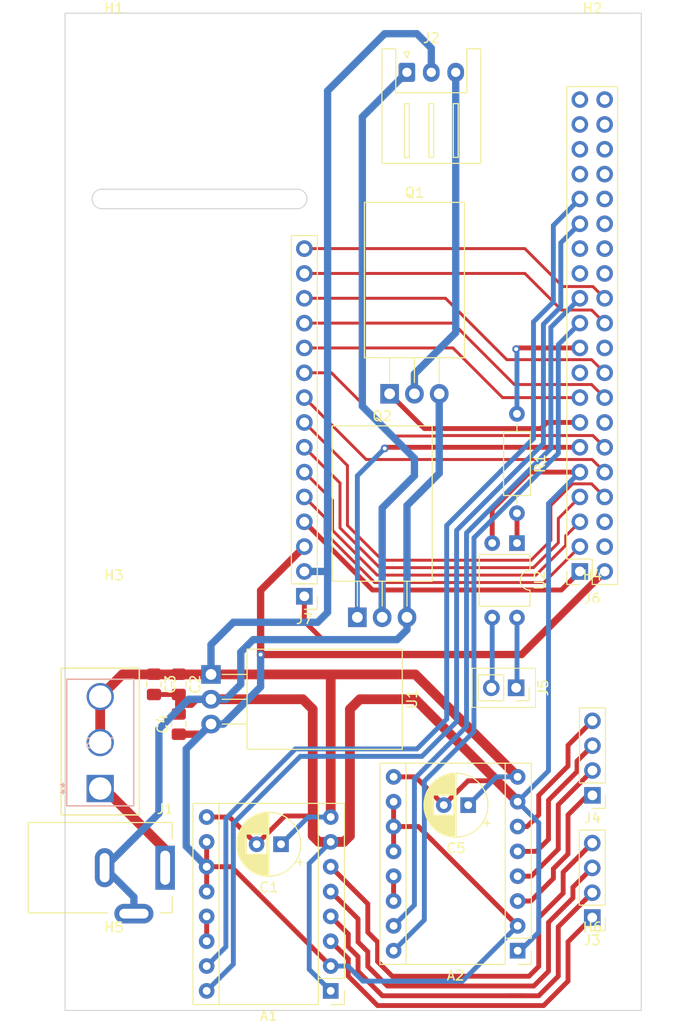
<source format=kicad_pcb>
(kicad_pcb (version 20211014) (generator pcbnew)
  (layers (0 "F.Cu" signal) (31 "B.Cu" signal) (34 "B.Paste" user) (35 "F.Paste" user) (36 "B.SilkS" user "B.Silkscreen") (37 "F.SilkS" user "F.Silkscreen") (38 "B.Mask" user) (39 "F.Mask" user) (44 "Edge.Cuts" user))
  (net 0 "")
  (net 1 "GND")
  (net 2 "+5V")
  (net 3 "Net-(A1-Pad3)")
  (net 4 "Net-(A1-Pad4)")
  (net 5 "Net-(A1-Pad5)")
  (net 6 "Net-(A1-Pad6)")
  (net 7 "VMOT")
  (net 8 "Net-(A1-Pad13)")
  (net 9 "GPIO6")
  (net 10 "GPIO5")
  (net 11 "Net-(A2-Pad3)")
  (net 12 "Net-(A2-Pad4)")
  (net 13 "Net-(A2-Pad5)")
  (net 14 "Net-(A2-Pad6)")
  (net 15 "Net-(A2-Pad13)")
  (net 16 "Net-(J1-Pad1)")
  (net 17 "Net-(J2-Pad1)")
  (net 18 "Net-(J2-Pad3)")
  (net 19 "Net-(J5-Pad1)")
  (net 20 "Net-(J5-Pad2)")
  (net 21 "+3.3V")
  (net 22 "GPIO2")
  (net 23 "GPIO3")
  (net 24 "GPIO4")
  (net 25 "GPIO14")
  (net 26 "GPIO15")
  (net 27 "GPIO17")
  (net 28 "GPIO18")
  (net 29 "GPIO27")
  (net 30 "GPIO22")
  (net 31 "GPIO23")
  (net 32 "GPIO24")
  (net 33 "Ext_Cam")
  (net 34 "GPIO25")
  (net 35 "GPIO8")
  (net 36 "GPIO7")
  (net 37 "GPIO0")
  (net 38 "GPIO1")
  (net 39 "GPIO12")
  (net 40 "GPIO13")
  (net 41 "GPIO19")
  (net 42 "GPIO16")
  (net 43 "GPIO26")
  (net 44 "GPIO20")
  (net 45 "GPIO21")
  (net 46 "Net-(R1-Pad2)")
  (net 47 "GPIO11")
  (net 48 "GPIO9")
  (footprint "Capacitor_SMD:C_0805_2012Metric_Pad1.18x1.45mm_HandSolder" (layer "F.Cu") (at 56.642 104.648 -90)
    (fp_text reference "C2" (at 0 -1.68 90) (layer "F.SilkS"))
    (fp_text value "0.33u")
    (pad "1" smd roundrect (at -1.0375 0 270) (size 1.175 1.45) (layers "F.Cu" "F.Paste" "F.Mask") (roundrect_rratio 0.212766) (net 7 "VMOT"))
    (pad "2" smd roundrect (at 1.0375 0 270) (size 1.175 1.45) (layers "F.Cu" "F.Paste" "F.Mask") (roundrect_rratio 0.212766) (net 1 "GND"))
  )
  (footprint "Resistor_THT:R_Axial_DIN0207_L6.3mm_D2.5mm_P10.16mm_Horizontal" (layer "F.Cu") (at 91.27 76.982 -90)
    (fp_text reference "R1" (at 5.08 -2.37 90) (layer "F.SilkS"))
    (fp_text value "220")
    (pad "1" thru_hole circle (at 0 0 270) (size 1.6 1.6) (drill 0.8) (layers *.Cu *.Mask) (net 33 "Ext_Cam"))
    (pad "2" thru_hole oval (at 10.16 0 270) (size 1.6 1.6) (drill 0.8) (layers *.Cu *.Mask) (net 46 "Net-(R1-Pad2)"))
  )
  (footprint "Package_TO_SOT_THT:TO-220-3_Horizontal_TabDown" (layer "F.Cu") (at 59.944 103.632 -90)
    (fp_text reference "U1" (at 2.54 -20.58 90) (layer "F.SilkS"))
    (fp_text value "L7805")
    (pad "1" thru_hole rect (at 0 0 270) (size 1.905 2) (drill 1.1) (layers *.Cu *.Mask) (net 7 "VMOT"))
    (pad "2" thru_hole oval (at 2.54 0 270) (size 1.905 2) (drill 1.1) (layers *.Cu *.Mask) (net 1 "GND"))
    (pad "3" thru_hole oval (at 5.08 0 270) (size 1.905 2) (drill 1.1) (layers *.Cu *.Mask) (net 2 "+5V"))
  )
  (footprint "Connector_PinHeader_2.54mm:PinHeader_1x04_P2.54mm_Vertical" (layer "F.Cu") (at 98.98 128.5 180)
    (fp_text reference "J3" (at 0 -2.33) (layer "F.SilkS"))
    (fp_text value "Rotor")
    (pad "1" thru_hole rect (at 0 0 180) (size 1.7 1.7) (drill 1) (layers *.Cu *.Mask) (net 3 "Net-(A1-Pad3)"))
    (pad "2" thru_hole oval (at 0 2.54 180) (size 1.7 1.7) (drill 1) (layers *.Cu *.Mask) (net 4 "Net-(A1-Pad4)"))
    (pad "3" thru_hole oval (at 0 5.08 180) (size 1.7 1.7) (drill 1) (layers *.Cu *.Mask) (net 5 "Net-(A1-Pad5)"))
    (pad "4" thru_hole oval (at 0 7.62 180) (size 1.7 1.7) (drill 1) (layers *.Cu *.Mask) (net 6 "Net-(A1-Pad6)"))
  )
  (footprint "MountingHole:MountingHole_3.5mm" (layer "F.Cu") (at 50 40)
    (fp_text reference "H1" (at 0 -4.5) (layer "F.SilkS"))
    (fp_text value "MountingHole")
    (pad "" np_thru_hole circle (at 0 0) (size 3.5 3.5) (drill 3.5) (layers *.Cu *.Mask))
  )
  (footprint "Capacitor_SMD:C_0805_2012Metric_Pad1.18x1.45mm_HandSolder" (layer "F.Cu") (at 56.642 108.712 90)
    (fp_text reference "C4" (at 0 -1.68 90) (layer "F.SilkS"))
    (fp_text value "0.1u")
    (pad "1" smd roundrect (at -1.0375 0 90) (size 1.175 1.45) (layers "F.Cu" "F.Paste" "F.Mask") (roundrect_rratio 0.212766) (net 2 "+5V"))
    (pad "2" smd roundrect (at 1.0375 0 90) (size 1.175 1.45) (layers "F.Cu" "F.Paste" "F.Mask") (roundrect_rratio 0.212766) (net 1 "GND"))
  )
  (footprint "Connector_PinSocket_2.54mm:PinSocket_1x02_P2.54mm_Vertical" (layer "F.Cu") (at 91.186 105 -90)
    (fp_text reference "J5" (at 0 -2.77 90) (layer "F.SilkS"))
    (fp_text value "Cam")
    (pad "1" thru_hole rect locked (at 0 0 270) (size 1.7 1.7) (drill 1) (layers *.Cu *.Mask) (net 19 "Net-(J5-Pad1)"))
    (pad "2" thru_hole oval locked (at 0 2.54 270) (size 1.7 1.7) (drill 1) (layers *.Cu *.Mask) (net 20 "Net-(J5-Pad2)"))
  )
  (footprint "Module:Pololu_Breakout-16_15.2x20.3mm" (layer "F.Cu") (at 72.2 136 180)
    (fp_text reference "A1" (at 6.35 -2.54) (layer "F.SilkS"))
    (fp_text value "Pololu_Breakout_A4988")
    (pad "1" thru_hole rect (at 0 0 180) (size 1.6 1.6) (drill 0.8) (layers *.Cu *.Mask) (net 1 "GND"))
    (pad "2" thru_hole oval (at 0 2.54 180) (size 1.6 1.6) (drill 0.8) (layers *.Cu *.Mask) (net 2 "+5V"))
    (pad "3" thru_hole oval (at 0 5.08 180) (size 1.6 1.6) (drill 0.8) (layers *.Cu *.Mask) (net 3 "Net-(A1-Pad3)"))
    (pad "4" thru_hole oval (at 0 7.62 180) (size 1.6 1.6) (drill 0.8) (layers *.Cu *.Mask) (net 4 "Net-(A1-Pad4)"))
    (pad "5" thru_hole oval (at 0 10.16 180) (size 1.6 1.6) (drill 0.8) (layers *.Cu *.Mask) (net 5 "Net-(A1-Pad5)"))
    (pad "6" thru_hole oval (at 0 12.7 180) (size 1.6 1.6) (drill 0.8) (layers *.Cu *.Mask) (net 6 "Net-(A1-Pad6)"))
    (pad "7" thru_hole oval (at 0 15.24 180) (size 1.6 1.6) (drill 0.8) (layers *.Cu *.Mask) (net 1 "GND"))
    (pad "8" thru_hole oval (at 0 17.78 180) (size 1.6 1.6) (drill 0.8) (layers *.Cu *.Mask) (net 7 "VMOT"))
    (pad "9" thru_hole oval (at 12.7 17.78 180) (size 1.6 1.6) (drill 0.8) (layers *.Cu *.Mask) (net 1 "GND"))
    (pad "10" thru_hole oval (at 12.7 15.24 180) (size 1.6 1.6) (drill 0.8) (layers *.Cu *.Mask) (net 2 "+5V"))
    (pad "11" thru_hole oval (at 12.7 12.7 180) (size 1.6 1.6) (drill 0.8) (layers *.Cu *.Mask) (net 2 "+5V"))
    (pad "12" thru_hole oval (at 12.7 10.16 180) (size 1.6 1.6) (drill 0.8) (layers *.Cu *.Mask) (net 2 "+5V"))
    (pad "13" thru_hole oval (at 12.7 7.62 180) (size 1.6 1.6) (drill 0.8) (layers *.Cu *.Mask) (net 8 "Net-(A1-Pad13)"))
    (pad "14" thru_hole oval (at 12.7 5.08 180) (size 1.6 1.6) (drill 0.8) (layers *.Cu *.Mask) (net 8 "Net-(A1-Pad13)"))
    (pad "15" thru_hole oval (at 12.7 2.54 180) (size 1.6 1.6) (drill 0.8) (layers *.Cu *.Mask) (net 9 "GPIO6"))
    (pad "16" thru_hole oval (at 12.7 0 180) (size 1.6 1.6) (drill 0.8) (layers *.Cu *.Mask) (net 10 "GPIO5"))
  )
  (footprint "Connector_PinHeader_2.54mm:PinHeader_1x15_P2.54mm_Vertical" (layer "F.Cu") (at 69.5 95.64 180)
    (fp_text reference "J7" (at 0 -2.33) (layer "F.SilkS"))
    (fp_text value "Conn_01x15")
    (pad "1" thru_hole rect (at 0 0 180) (size 1.7 1.7) (drill 1) (layers *.Cu *.Mask) (net 1 "GND"))
    (pad "2" thru_hole oval (at 0 2.54 180) (size 1.7 1.7) (drill 1) (layers *.Cu *.Mask) (net 7 "VMOT"))
    (pad "3" thru_hole oval (at 0 5.08 180) (size 1.7 1.7) (drill 1) (layers *.Cu *.Mask) (net 2 "+5V"))
    (pad "4" thru_hole oval (at 0 7.62 180) (size 1.7 1.7) (drill 1) (layers *.Cu *.Mask) (net 21 "+3.3V"))
    (pad "5" thru_hole oval (at 0 10.16 180) (size 1.7 1.7) (drill 1) (layers *.Cu *.Mask) (net 22 "GPIO2"))
    (pad "6" thru_hole oval (at 0 12.7 180) (size 1.7 1.7) (drill 1) (layers *.Cu *.Mask) (net 23 "GPIO3"))
    (pad "7" thru_hole oval (at 0 15.24 180) (size 1.7 1.7) (drill 1) (layers *.Cu *.Mask) (net 24 "GPIO4"))
    (pad "8" thru_hole oval (at 0 17.78 180) (size 1.7 1.7) (drill 1) (layers *.Cu *.Mask) (net 25 "GPIO14"))
    (pad "9" thru_hole oval (at 0 20.32 180) (size 1.7 1.7) (drill 1) (layers *.Cu *.Mask) (net 26 "GPIO15"))
    (pad "10" thru_hole oval (at 0 22.86 180) (size 1.7 1.7) (drill 1) (layers *.Cu *.Mask) (net 28 "GPIO18"))
    (pad "11" thru_hole oval (at 0 25.4 180) (size 1.7 1.7) (drill 1) (layers *.Cu *.Mask) (net 30 "GPIO22"))
    (pad "12" thru_hole oval (at 0 27.94 180) (size 1.7 1.7) (drill 1) (layers *.Cu *.Mask) (net 31 "GPIO23"))
    (pad "13" thru_hole oval (at 0 30.48 180) (size 1.7 1.7) (drill 1) (layers *.Cu *.Mask) (net 32 "GPIO24"))
    (pad "14" thru_hole oval (at 0 33.02 180) (size 1.7 1.7) (drill 1) (layers *.Cu *.Mask) (net 34 "GPIO25"))
    (pad "15" thru_hole oval (at 0 35.56 180) (size 1.7 1.7) (drill 1) (layers *.Cu *.Mask) (net 35 "GPIO8"))
  )
  (footprint "Connector_JST:JST_XH_S3B-XH-A_1x03_P2.50mm_Horizontal" (layer "F.Cu") (at 80 42.05)
    (fp_text reference "J2" (at 2.5 -3.5) (layer "F.SilkS"))
    (fp_text value "Ringlight")
    (pad "1" thru_hole roundrect (at 0 0) (size 1.7 1.95) (drill 0.95) (layers *.Cu *.Mask) (roundrect_rratio 0.147059) (net 17 "Net-(J2-Pad1)"))
    (pad "2" thru_hole oval (at 2.5 0) (size 1.7 1.95) (drill 0.95) (layers *.Cu *.Mask) (net 7 "VMOT"))
    (pad "3" thru_hole oval (at 5 0) (size 1.7 1.95) (drill 0.95) (layers *.Cu *.Mask) (net 18 "Net-(J2-Pad3)"))
  )
  (footprint "Connector_BarrelJack:BarrelJack_Kycon_KLDX-0202-xC_Horizontal" (layer "F.Cu") (at 55.25 123.4)
    (fp_text reference "J1" (at 0 -6 unlocked) (layer "F.SilkS"))
    (fp_text value "Barrel_Jack_Switch_Pin3Ring")
    (pad "1" thru_hole rect (at 0 0) (size 2 4.5) (drill oval 1 3.5) (layers *.Cu *.Mask) (net 16 "Net-(J1-Pad1)"))
    (pad "2" thru_hole oval (at -6.2 0) (size 2 4) (drill oval 1 3) (layers *.Cu *.Mask) (net 1 "GND"))
    (pad "3" thru_hole oval (at -3.2 4.7 90) (size 2 4) (drill oval 1 3) (layers *.Cu *.Mask) (net 1 "GND"))
  )
  (footprint "Capacitor_SMD:C_0805_2012Metric_Pad1.18x1.45mm_HandSolder" (layer "F.Cu") (at 54.102 104.648 -90)
    (fp_text reference "C3" (at 0 -1.68 90) (layer "F.SilkS"))
    (fp_text value "10u")
    (pad "1" smd roundrect (at -1.0375 0 270) (size 1.175 1.45) (layers "F.Cu" "F.Paste" "F.Mask") (roundrect_rratio 0.212766) (net 7 "VMOT"))
    (pad "2" smd roundrect (at 1.0375 0 270) (size 1.175 1.45) (layers "F.Cu" "F.Paste" "F.Mask") (roundrect_rratio 0.212766) (net 1 "GND"))
  )
  (footprint "Package_TO_SOT_THT:TO-220-3_Horizontal_TabDown" (layer "F.Cu") (at 78.232 74.93)
    (fp_text reference "Q1" (at 2.54 -20.58) (layer "F.SilkS"))
    (fp_text value "IRLZ34N")
    (pad "1" thru_hole rect (at 0 0) (size 1.905 2) (drill 1.1) (layers *.Cu *.Mask) (net 29 "GPIO27"))
    (pad "2" thru_hole oval (at 2.54 0) (size 1.905 2) (drill 1.1) (layers *.Cu *.Mask) (net 18 "Net-(J2-Pad3)"))
    (pad "3" thru_hole oval (at 5.08 0) (size 1.905 2) (drill 1.1) (layers *.Cu *.Mask) (net 1 "GND"))
  )
  (footprint "Connector_PinSocket_2.54mm:PinSocket_2x20_P2.54mm_Vertical" (layer "F.Cu") (at 97.71 93.1 180)
    (fp_text reference "J6" (at -1.27 -2.77) (layer "F.SilkS"))
    (fp_text value "Conn_02x20_Odd_Even")
    (pad "1" thru_hole rect locked (at 0 0 180) (size 1.7 1.7) (drill 1) (layers *.Cu *.Mask) (net 21 "+3.3V"))
    (pad "2" thru_hole oval locked (at -2.54 0 180) (size 1.7 1.7) (drill 1) (layers *.Cu *.Mask) (net 2 "+5V"))
    (pad "3" thru_hole oval locked (at 0 2.54 180) (size 1.7 1.7) (drill 1) (layers *.Cu *.Mask) (net 22 "GPIO2"))
    (pad "4" thru_hole oval locked (at -2.54 2.54 180) (size 1.7 1.7) (drill 1) (layers *.Cu *.Mask) (net 2 "+5V"))
    (pad "5" thru_hole oval locked (at 0 5.08 180) (size 1.7 1.7) (drill 1) (layers *.Cu *.Mask) (net 23 "GPIO3"))
    (pad "6" thru_hole oval locked (at -2.54 5.08 180) (size 1.7 1.7) (drill 1) (layers *.Cu *.Mask) (net 1 "GND"))
    (pad "7" thru_hole oval locked (at 0 7.62 180) (size 1.7 1.7) (drill 1) (layers *.Cu *.Mask) (net 24 "GPIO4"))
    (pad "8" thru_hole oval locked (at -2.54 7.62 180) (size 1.7 1.7) (drill 1) (layers *.Cu *.Mask) (net 25 "GPIO14"))
    (pad "9" thru_hole oval locked (at 0 10.16 180) (size 1.7 1.7) (drill 1) (layers *.Cu *.Mask) (net 1 "GND"))
    (pad "10" thru_hole oval locked (at -2.54 10.16 180) (size 1.7 1.7) (drill 1) (layers *.Cu *.Mask) (net 26 "GPIO15"))
    (pad "11" thru_hole oval locked (at 0 12.7 180) (size 1.7 1.7) (drill 1) (layers *.Cu *.Mask) (net 27 "GPIO17"))
    (pad "12" thru_hole oval locked (at -2.54 12.7 180) (size 1.7 1.7) (drill 1) (layers *.Cu *.Mask) (net 28 "GPIO18"))
    (pad "13" thru_hole oval locked (at 0 15.24 180) (size 1.7 1.7) (drill 1) (layers *.Cu *.Mask) (net 29 "GPIO27"))
    (pad "14" thru_hole oval locked (at -2.54 15.24 180) (size 1.7 1.7) (drill 1) (layers *.Cu *.Mask) (net 1 "GND"))
    (pad "15" thru_hole oval locked (at 0 17.78 180) (size 1.7 1.7) (drill 1) (layers *.Cu *.Mask) (net 30 "GPIO22"))
    (pad "16" thru_hole oval locked (at -2.54 17.78 180) (size 1.7 1.7) (drill 1) (layers *.Cu *.Mask) (net 31 "GPIO23"))
    (pad "17" thru_hole oval locked (at 0 20.32 180) (size 1.7 1.7) (drill 1) (layers *.Cu *.Mask) (net 21 "+3.3V"))
    (pad "18" thru_hole oval locked (at -2.54 20.32 180) (size 1.7 1.7) (drill 1) (layers *.Cu *.Mask) (net 32 "GPIO24"))
    (pad "19" thru_hole oval locked (at 0 22.86 180) (size 1.7 1.7) (drill 1) (layers *.Cu *.Mask) (net 33 "Ext_Cam"))
    (pad "20" thru_hole oval locked (at -2.54 22.86 180) (size 1.7 1.7) (drill 1) (layers *.Cu *.Mask) (net 1 "GND"))
    (pad "21" thru_hole oval locked (at 0 25.4 180) (size 1.7 1.7) (drill 1) (layers *.Cu *.Mask) (net 48 "GPIO9"))
    (pad "22" thru_hole oval locked (at -2.54 25.4 180) (size 1.7 1.7) (drill 1) (layers *.Cu *.Mask) (net 34 "GPIO25"))
    (pad "23" thru_hole oval locked (at 0 27.94 180) (size 1.7 1.7) (drill 1) (layers *.Cu *.Mask) (net 47 "GPIO11"))
    (pad "24" thru_hole oval locked (at -2.54 27.94 180) (size 1.7 1.7) (drill 1) (layers *.Cu *.Mask) (net 35 "GPIO8"))
    (pad "25" thru_hole oval locked (at 0 30.48 180) (size 1.7 1.7) (drill 1) (layers *.Cu *.Mask) (net 1 "GND"))
    (pad "26" thru_hole oval locked (at -2.54 30.48 180) (size 1.7 1.7) (drill 1) (layers *.Cu *.Mask) (net 36 "GPIO7"))
    (pad "27" thru_hole oval locked (at 0 33.02 180) (size 1.7 1.7) (drill 1) (layers *.Cu *.Mask) (net 37 "GPIO0"))
    (pad "28" thru_hole oval locked (at -2.54 33.02 180) (size 1.7 1.7) (drill 1) (layers *.Cu *.Mask) (net 38 "GPIO1"))
    (pad "29" thru_hole oval locked (at 0 35.56 180) (size 1.7 1.7) (drill 1) (layers *.Cu *.Mask) (net 10 "GPIO5"))
    (pad "30" thru_hole oval locked (at -2.54 35.56 180) (size 1.7 1.7) (drill 1) (layers *.Cu *.Mask) (net 1 "GND"))
    (pad "31" thru_hole oval locked (at 0 38.1 180) (size 1.7 1.7) (drill 1) (layers *.Cu *.Mask) (net 9 "GPIO6"))
    (pad "32" thru_hole oval locked (at -2.54 38.1 180) (size 1.7 1.7) (drill 1) (layers *.Cu *.Mask) (net 39 "GPIO12"))
    (pad "33" thru_hole oval locked (at 0 40.64 180) (size 1.7 1.7) (drill 1) (layers *.Cu *.Mask) (net 40 "GPIO13"))
    (pad "34" thru_hole oval locked (at -2.54 40.64 180) (size 1.7 1.7) (drill 1) (layers *.Cu *.Mask) (net 1 "GND"))
    (pad "35" thru_hole oval locked (at 0 43.18 180) (size 1.7 1.7) (drill 1) (layers *.Cu *.Mask) (net 41 "GPIO19"))
    (pad "36" thru_hole oval locked (at -2.54 43.18 180) (size 1.7 1.7) (drill 1) (layers *.Cu *.Mask) (net 42 "GPIO16"))
    (pad "37" thru_hole oval locked (at 0 45.72 180) (size 1.7 1.7) (drill 1) (layers *.Cu *.Mask) (net 43 "GPIO26"))
    (pad "38" thru_hole oval locked (at -2.54 45.72 180) (size 1.7 1.7) (drill 1) (layers *.Cu *.Mask) (net 44 "GPIO20"))
    (pad "39" thru_hole oval locked (at 0 48.26 180) (size 1.7 1.7) (drill 1) (layers *.Cu *.Mask) (net 1 "GND"))
    (pad "40" thru_hole oval locked (at -2.54 48.26 180) (size 1.7 1.7) (drill 1) (layers *.Cu *.Mask) (net 45 "GPIO21"))
  )
  (footprint "Capacitor_THT:CP_Radial_D6.3mm_P2.50mm" (layer "F.Cu") (at 86.27666 117 180)
    (fp_text reference "C5" (at 1.25 -4.4 180) (layer "F.SilkS"))
    (fp_text value "100u")
    (pad "1" thru_hole rect (at 0 0 180) (size 1.6 1.6) (drill 0.8) (layers *.Cu *.Mask) (net 7 "VMOT"))
    (pad "2" thru_hole circle (at 2.5 0 180) (size 1.6 1.6) (drill 0.8) (layers *.Cu *.Mask) (net 1 "GND"))
  )
  (footprint "Module:Pololu_Breakout-16_15.2x20.3mm" (layer "F.Cu") (at 91.34 131.89 180)
    (fp_text reference "A2" (at 6.35 -2.54) (layer "F.SilkS"))
    (fp_text value "Pololu_Breakout_A4988")
    (pad "1" thru_hole rect (at 0 0 180) (size 1.6 1.6) (drill 0.8) (layers *.Cu *.Mask) (net 1 "GND"))
    (pad "2" thru_hole oval (at 0 2.54 180) (size 1.6 1.6) (drill 0.8) (layers *.Cu *.Mask) (net 2 "+5V"))
    (pad "3" thru_hole oval (at 0 5.08 180) (size 1.6 1.6) (drill 0.8) (layers *.Cu *.Mask) (net 11 "Net-(A2-Pad3)"))
    (pad "4" thru_hole oval (at 0 7.62 180) (size 1.6 1.6) (drill 0.8) (layers *.Cu *.Mask) (net 12 "Net-(A2-Pad4)"))
    (pad "5" thru_hole oval (at 0 10.16 180) (size 1.6 1.6) (drill 0.8) (layers *.Cu *.Mask) (net 13 "Net-(A2-Pad5)"))
    (pad "6" thru_hole oval (at 0 12.7 180) (size 1.6 1.6) (drill 0.8) (layers *.Cu *.Mask) (net 14 "Net-(A2-Pad6)"))
    (pad "7" thru_hole oval (at 0 15.24 180) (size 1.6 1.6) (drill 0.8) (layers *.Cu *.Mask) (net 1 "GND"))
    (pad "8" thru_hole oval (at 0 17.78 180) (size 1.6 1.6) (drill 0.8) (layers *.Cu *.Mask) (net 7 "VMOT"))
    (pad "9" thru_hole oval (at 12.7 17.78 180) (size 1.6 1.6) (drill 0.8) (layers *.Cu *.Mask) (net 1 "GND"))
    (pad "10" thru_hole oval (at 12.7 15.24 180) (size 1.6 1.6) (drill 0.8) (layers *.Cu *.Mask) (net 2 "+5V"))
    (pad "11" thru_hole oval (at 12.7 12.7 180) (size 1.6 1.6) (drill 0.8) (layers *.Cu *.Mask) (net 2 "+5V"))
    (pad "12" thru_hole oval (at 12.7 10.16 180) (size 1.6 1.6) (drill 0.8) (layers *.Cu *.Mask) (net 2 "+5V"))
    (pad "13" thru_hole oval (at 12.7 7.62 180) (size 1.6 1.6) (drill 0.8) (layers *.Cu *.Mask) (net 15 "Net-(A2-Pad13)"))
    (pad "14" thru_hole oval (at 12.7 5.08 180) (size 1.6 1.6) (drill 0.8) (layers *.Cu *.Mask) (net 15 "Net-(A2-Pad13)"))
    (pad "15" thru_hole oval (at 12.7 2.54 180) (size 1.6 1.6) (drill 0.8) (layers *.Cu *.Mask) (net 47 "GPIO11"))
    (pad "16" thru_hole oval (at 12.7 0 180) (size 1.6 1.6) (drill 0.8) (layers *.Cu *.Mask) (net 48 "GPIO9"))
  )
  (footprint "Capacitor_THT:CP_Radial_D6.3mm_P2.50mm" (layer "F.Cu") (at 67.11476 121 180)
    (fp_text reference "C1" (at 1.25 -4.4 180) (layer "F.SilkS"))
    (fp_text value "100u")
    (pad "1" thru_hole rect (at 0 0 180) (size 1.6 1.6) (drill 0.8) (layers *.Cu *.Mask) (net 7 "VMOT"))
    (pad "2" thru_hole circle (at 2.5 0 180) (size 1.6 1.6) (drill 0.8) (layers *.Cu *.Mask) (net 1 "GND"))
  )
  (footprint "Package_TO_SOT_THT:TO-220-3_Horizontal_TabDown" (layer "F.Cu") (at 74.93 97.79)
    (fp_text reference "Q2" (at 2.54 -20.58) (layer "F.SilkS"))
    (fp_text value "IRLZ34N")
    (pad "1" thru_hole rect (at 0 0) (size 1.905 2) (drill 1.1) (layers *.Cu *.Mask) (net 27 "GPIO17"))
    (pad "2" thru_hole oval (at 2.54 0) (size 1.905 2) (drill 1.1) (layers *.Cu *.Mask) (net 17 "Net-(J2-Pad1)"))
    (pad "3" thru_hole oval (at 5.08 0) (size 1.905 2) (drill 1.1) (layers *.Cu *.Mask) (net 1 "GND"))
  )
  (footprint "MountingHole:MountingHole_3.5mm" (layer "F.Cu") (at 50 98)
    (fp_text reference "H3" (at 0 -4.5) (layer "F.SilkS"))
    (fp_text value "MountingHole")
    (pad "" np_thru_hole circle (at 0 0) (size 3.5 3.5) (drill 3.5) (layers *.Cu *.Mask))
  )
  (footprint "MountingHole:MountingHole_3.5mm" (layer "F.Cu") (at 99 98)
    (fp_text reference "H4" (at 0 -4.5) (layer "F.SilkS"))
    (fp_text value "MountingHole")
    (pad "" np_thru_hole circle (at 0 0) (size 3.5 3.5) (drill 3.5) (layers *.Cu *.Mask))
  )
  (footprint "MountingHole:MountingHole_3.5mm" (layer "F.Cu") (at 50 134)
    (fp_text reference "H5" (at 0 -4.5) (layer "F.SilkS"))
    (fp_text value "MountingHole")
    (pad "" np_thru_hole circle (at 0 0) (size 3.5 3.5) (drill 3.5) (layers *.Cu *.Mask))
  )
  (footprint "Package_DIP:DIP-4_W7.62mm" (layer "F.Cu") (at 91.275 90.2 -90)
    (fp_text reference "U2" (at 3.81 -2.33 90) (layer "F.SilkS"))
    (fp_text value "PC817")
    (pad "1" thru_hole rect (at 0 0 270) (size 1.6 1.6) (drill 0.8) (layers *.Cu *.Mask) (net 46 "Net-(R1-Pad2)"))
    (pad "2" thru_hole oval (at 0 2.54 270) (size 1.6 1.6) (drill 0.8) (layers *.Cu *.Mask) (net 1 "GND"))
    (pad "3" thru_hole oval (at 7.62 2.54 270) (size 1.6 1.6) (drill 0.8) (layers *.Cu *.Mask) (net 20 "Net-(J5-Pad2)"))
    (pad "4" thru_hole oval (at 7.62 0 270) (size 1.6 1.6) (drill 0.8) (layers *.Cu *.Mask) (net 19 "Net-(J5-Pad1)"))
  )
  (footprint "MountingHole:MountingHole_3.5mm" (layer "F.Cu") (at 99 134)
    (fp_text reference "H6" (at 0 -4.5) (layer "F.SilkS"))
    (fp_text value "MountingHole")
    (pad "" np_thru_hole circle (at 0 0) (size 3.5 3.5) (drill 3.5) (layers *.Cu *.Mask))
  )
  (footprint "Connector_PinHeader_2.54mm:PinHeader_1x04_P2.54mm_Vertical" (layer "F.Cu") (at 99 116 180)
    (fp_text reference "J4" (at 0 -2.33) (layer "F.SilkS"))
    (fp_text value "Turntable")
    (pad "1" thru_hole rect (at 0 0 180) (size 1.7 1.7) (drill 1) (layers *.Cu *.Mask) (net 11 "Net-(A2-Pad3)"))
    (pad "2" thru_hole oval (at 0 2.54 180) (size 1.7 1.7) (drill 1) (layers *.Cu *.Mask) (net 12 "Net-(A2-Pad4)"))
    (pad "3" thru_hole oval (at 0 5.08 180) (size 1.7 1.7) (drill 1) (layers *.Cu *.Mask) (net 13 "Net-(A2-Pad5)"))
    (pad "4" thru_hole oval (at 0 7.62 180) (size 1.7 1.7) (drill 1) (layers *.Cu *.Mask) (net 14 "Net-(A2-Pad6)"))
  )
  (footprint "MountingHole:MountingHole_3.5mm" (layer "F.Cu") (at 99 40)
    (fp_text reference "H2" (at 0 -4.5) (layer "F.SilkS"))
    (fp_text value "MountingHole")
    (pad "" np_thru_hole circle (at 0 0) (size 3.5 3.5) (drill 3.5) (layers *.Cu *.Mask))
  )
  (footprint "footprints:1101M2S3CQE2" (layer "B.Cu") (at 48.6 115.299)
    (fp_text reference "SW1" (at 0 -4.699 -180 unlocked) (layer "B.SilkS") (effects (justify mirror)))
    (fp_text value "SW_SPDT")
    (fp_text user "*" (at -3.81 0 -180 unlocked) (layer "B.SilkS") (effects (justify mirror)))
    (fp_text user "*" (at -3.81 0) (layer "B.SilkS") (effects (justify mirror)))
    (pad "1" thru_hole rect (at 0 0) (size 2.794 2.794) (drill 2.286) (layers *.Cu *.Mask) (net 16 "Net-(J1-Pad1)"))
    (pad "2" thru_hole circle (at 0 -4.699) (size 2.794 2.794) (drill 2.286) (layers *.Cu *.Mask) (net 7 "VMOT"))
    (pad "3" thru_hole circle (at 0 -9.398) (size 2.794 2.794) (drill 2.286) (layers *.Cu *.Mask) (net 7 "VMOT"))
  )
  (gr_line locked (start 86.666 103) (end 86.666 107) (layer "F.SilkS") (width 0.1))
  (gr_line (start 44.6 103) (end 44.6 118) (layer "F.SilkS") (width 0.15))
  (gr_line locked (start 86.666 107) (end 93.166 107) (layer "F.SilkS") (width 0.1))
  (gr_line locked (start 93.166 107) (end 93.166 103) (layer "F.SilkS") (width 0.1))
  (gr_line (start 52.6 118) (end 44.6 118) (layer "F.SilkS") (width 0.15))
  (gr_line (start 52.6 103) (end 52.6 118) (layer "F.SilkS") (width 0.15))
  (gr_line (start 44.6 103) (end 52.6 103) (layer "F.SilkS") (width 0.15))
  (gr_line locked (start 93.166 103) (end 86.666 103) (layer "F.SilkS") (width 0.1))
  (gr_line (start 48.77 56) (end 68.77 56) (layer "Edge.Cuts") (width 0.1))
  (gr_line (start 104 138) (end 45 138) (layer "Edge.Cuts") (width 0.1))
  (gr_line (start 45 138) (end 45 36) (layer "Edge.Cuts") (width 0.1))
  (gr_arc (start 48.77 56) (mid 47.77 55) (end 48.77 54) (layer "Edge.Cuts") (width 0.1))
  (gr_line (start 104 36) (end 104 138) (layer "Edge.Cuts") (width 0.1))
  (gr_arc (start 68.77 54) (mid 69.77 55) (end 68.77 56) (layer "Edge.Cuts") (width 0.1))
  (gr_line (start 45 36) (end 104 36) (layer "Edge.Cuts") (width 0.1))
  (gr_line (start 48.77 54) (end 68.77 54) (layer "Edge.Cuts") (width 0.1))
  (segment (start 92.574 82.94) (end 97.71 82.94) (width 0.5) (layer "F.Cu") (net 1))
  (segment (start 70.976 120.76) (end 72.2 120.76) (width 1) (layer "F.Cu") (net 1))
  (segment (start 70.358 107.188) (end 70.358 118.11) (width 1) (layer "F.Cu") (net 1))
  (segment (start 57.912 106.68) (end 58.42 106.172) (width 0.75) (layer "F.Cu") (net 1))
  (segment (start 69.5 98.202) (end 71.374 100.076) (width 0.5) (layer "F.Cu") (net 1))
  (segment (start 56.642 107.6745) (end 56.642 106.68) (width 0.75) (layer "F.Cu") (net 1))
  (segment (start 88.735 90.2) (end 88.735 86.779) (width 0.5) (layer "F.Cu") (net 1))
  (segment (start 69.342 106.172) (end 70.358 107.188) (width 1) (layer "F.Cu") (net 1))
  (segment (start 80.88666 114.11) (end 78.64 114.11) (width 0.5) (layer "F.Cu") (net 1))
  (segment (start 74.168 107.188) (end 75.184 106.172) (width 1) (layer "F.Cu") (net 1))
  (segment (start 69.5 95.64) (end 69.5 98.202) (width 0.5) (layer "F.Cu") (net 1))
  (segment (start 70.358 118.11) (end 70.358 120.142) (width 1) (layer "F.Cu") (net 1))
  (segment (start 73.55 120.76) (end 74.168 120.142) (width 1) (layer "F.Cu") (net 1))
  (segment (start 61.83476 118.22) (end 59.5 118.22) (width 0.5) (layer "F.Cu") (net 1))
  (segment (start 56.642 106.68) (end 57.912 106.68) (width 0.75) (layer "F.Cu") (net 1))
  (segment (start 58.42 106.172) (end 59.944 106.172) (width 0.75) (layer "F.Cu") (net 1))
  (segment (start 71.374 100.076) (end 78.994 100.076) (width 0.5) (layer "F.Cu") (net 1))
  (segment (start 70.358 120.142) (end 70.976 120.76) (width 1) (layer "F.Cu") (net 1))
  (segment (start 83.77666 117) (end 80.88666 114.11) (width 0.5) (layer "F.Cu") (net 1))
  (segment (start 64.61476 121) (end 61.83476 118.22) (width 0.5) (layer "F.Cu") (net 1))
  (segment (start 56.642 106.68) (end 56.642 105.6855) (width 0.75) (layer "F.Cu") (net 1))
  (segment (start 86.26766 114.509) (end 89.199 114.509) (width 0.5) (layer "F.Cu") (net 1))
  (segment (start 80.862 106.172) (end 89.199 114.509) (width 1) (layer "F.Cu") (net 1))
  (segment (start 80.01 99.06) (end 80.01 97.79) (width 0.5) (layer "F.Cu") (net 1))
  (segment (start 74.168 120.142) (end 74.168 107.188) (width 1) (layer "F.Cu") (net 1))
  (segment (start 83.77666 117) (end 86.26766 114.509) (width 0.5) (layer "F.Cu") (net 1))
  (segment (start 75.184 106.172) (end 80.862 106.172) (width 1) (layer "F.Cu") (net 1))
  (segment (start 88.735 86.779) (end 92.574 82.94) (width 0.5) (layer "F.Cu") (net 1))
  (segment (start 64.61476 121) (end 67.50476 118.11) (width 0.5) (layer "F.Cu") (net 1))
  (segment (start 59.944 106.172) (end 69.342 106.172) (width 1) (layer "F.Cu") (net 1))
  (segment (start 56.642 105.6855) (end 54.102 105.6855) (width 0.5) (layer "F.Cu") (net 1))
  (segment (start 78.994 100.076) (end 80.01 99.06) (width 0.5) (layer "F.Cu") (net 1))
  (segment (start 72.2 120.76) (end 73.55 120.76) (width 1) (layer "F.Cu") (net 1))
  (segment (start 89.199 114.509) (end 91.34 116.65) (width 1) (layer "F.Cu") (net 1))
  (segment (start 67.50476 118.11) (end 70.358 118.11) (width 0.5) (layer "F.Cu") (net 1))
  (segment (start 70 133.8) (end 72.2 136) (width 0.5) (layer "B.Cu") (net 1))
  (segment (start 91.34 116.65) (end 94.5 113.49) (width 0.5) (layer "B.Cu") (net 1))
  (segment (start 70 122.96) (end 70 133.8) (width 0.5) (layer "B.Cu") (net 1))
  (segment (start 64.262 100.076) (end 78.994 100.076) (width 0.75) (layer "B.Cu") (net 1))
  (segment (start 93.5 130) (end 93.5 118.81) (width 0.5) (layer "B.Cu") (net 1))
  (segment (start 52.05 128.1) (end 52.05 126.4) (width 0.75) (layer "B.Cu") (net 1))
  (segment (start 78.994 100.076) (end 80.01 99.06) (width 0.75) (layer "B.Cu") (net 1))
  (segment (start 59.944 106.172) (end 61.468 106.172) (width 0.75) (layer "B.Cu") (net 1))
  (segment (start 57.658 106.172) (end 59.944 106.172) (width 0.75) (layer "B.Cu") (net 1))
  (segment (start 52.05 126.4) (end 49.05 123.4) (width 0.75) (layer "B.Cu") (net 1))
  (segment (start 54.61 109.22) (end 57.658 106.172) (width 0.75) (layer "B.Cu") (net 1))
  (segment (start 91.61 131.89) (end 93.5 130) (width 0.5) (layer "B.Cu") (net 1))
  (segment (start 72.2 120.76) (end 70 122.96) (width 0.5) (layer "B.Cu") (net 1))
  (segment (start 91.34 131.89) (end 91.61 131.89) (width 0.5) (layer "B.Cu") (net 1))
  (segment (start 80.01 99.06) (end 80.01 97.79) (width 0.75) (layer "B.Cu") (net 1))
  (segment (start 49.05 123.4) (end 54.61 117.84) (width 0.75) (layer "B.Cu") (net 1))
  (segment (start 62.992 104.648) (end 62.992 101.346) (width 0.75) (layer "B.Cu") (net 1))
  (segment (start 94.5 113.49) (end 94.5 86.15) (width 0.5) (layer "B.Cu") (net 1))
  (segment (start 54.61 117.84) (end 54.61 109.22) (width 0.75) (layer "B.Cu") (net 1))
  (segment (start 94.5 86.15) (end 97.71 82.94) (width 0.5) (layer "B.Cu") (net 1))
  (segment (start 61.468 106.172) (end 62.992 104.648) (width 0.75) (layer "B.Cu") (net 1))
  (segment (start 80.01 97.79) (end 80.01 86.36) (width 0.75) (layer "B.Cu") (net 1))
  (segment (start 62.992 101.346) (end 64.262 100.076) (width 0.75) (layer "B.Cu") (net 1))
  (segment (start 80.01 86.36) (end 83.312 83.058) (width 0.75) (layer "B.Cu") (net 1))
  (segment (start 93.5 118.81) (end 91.34 116.65) (width 0.5) (layer "B.Cu") (net 1))
  (segment (start 83.312 83.058) (end 83.312 74.93) (width 0.75) (layer "B.Cu") (net 1))
  (segment (start 58.9065 109.7495) (end 59.944 108.712) (width 0.75) (layer "F.Cu") (net 2))
  (segment (start 65.024 101.6) (end 65.024 95.036) (width 0.75) (layer "F.Cu") (net 2))
  (segment (start 91.75 101.6) (end 65.024 101.6) (width 0.75) (layer "F.Cu") (net 2))
  (segment (start 92.611 100.739) (end 91.75 101.6) (width 0.75) (layer "F.Cu") (net 2))
  (segment (start 78.64 119.19) (end 78.64 121.73) (width 0.5) (layer "F.Cu") (net 2))
  (segment (start 59.5 123.3) (end 62.04 123.3) (width 0.5) (layer "F.Cu") (net 2))
  (segment (start 59.5 123.3) (end 59.5 125.84) (width 0.5) (layer "F.Cu") (net 2))
  (segment (start 62.04 123.3) (end 72.2 133.46) (width 0.5) (layer "F.Cu") (net 2))
  (segment (start 65.024 95.036) (end 69.5 90.56) (width 0.75) (layer "F.Cu") (net 2))
  (segment (start 81.18 119.19) (end 91.34 129.35) (width 0.5) (layer "F.Cu") (net 2))
  (segment (start 56.642 109.7495) (end 58.9065 109.7495) (width 0.75) (layer "F.Cu") (net 2))
  (segment (start 59.5 120.76) (end 59.5 123.3) (width 0.5) (layer "F.Cu") (net 2))
  (segment (start 78.64 116.65) (end 78.64 119.19) (width 0.5) (layer "F.Cu") (net 2))
  (segment (start 78.64 119.19) (end 81.18 119.19) (width 0.5) (layer "F.Cu") (net 2))
  (segment (start 100.25 93.1) (end 92.611 100.739) (width 0.75) (layer "F.Cu") (net 2))
  (via (at 65.024 101.6) (size 0.8) (drill 0.4) (layers "F.Cu" "B.Cu") (net 2))
  (segment (start 73.96 133.46) (end 75.5 135) (width 0.5) (layer "B.Cu") (net 2))
  (segment (start 59.944 108.712) (end 61.214 108.712) (width 0.75) (layer "B.Cu") (net 2))
  (segment (start 57.404 121.204) (end 59.5 123.3) (width 0.75) (layer "B.Cu") (net 2))
  (segment (start 57.404 111.252) (end 57.404 121.204) (width 0.75) (layer "B.Cu") (net 2))
  (segment (start 72.2 133.46) (end 73.96 133.46) (width 0.5) (layer "B.Cu") (net 2))
  (segment (start 75.5 135) (end 85.69 135) (width 0.5) (layer "B.Cu") (net 2))
  (segment (start 61.214 108.712) (end 65.024 104.902) (width 0.75) (layer "B.Cu") (net 2))
  (segment (start 59.944 108.712) (end 57.404 111.252) (width 0.75) (layer "B.Cu") (net 2))
  (segment (start 65.024 104.902) (end 65.024 101.6) (width 0.75) (layer "B.Cu") (net 2))
  (segment (start 85.69 135) (end 91.34 129.35) (width 0.5) (layer "B.Cu") (net 2))
  (segment (start 94 137.5) (end 96.5 135) (width 0.5) (layer "F.Cu") (net 3))
  (segment (start 96.5 135) (end 96.5 130.98) (width 0.5) (layer "F.Cu") (net 3))
  (segment (start 96.5 130.98) (end 98.98 128.5) (width 0.5) (layer "F.Cu") (net 3))
  (segment (start 72.2 130.92) (end 74 132.72) (width 0.5) (layer "F.Cu") (net 3))
  (segment (start 77 137.5) (end 94 137.5) (width 0.5) (layer "F.Cu") (net 3))
  (segment (start 74 134.5) (end 77 137.5) (width 0.5) (layer "F.Cu") (net 3))
  (segment (start 74 132.72) (end 74 134.5) (width 0.5) (layer "F.Cu") (net 3))
  (segment (start 75 134) (end 75 132.5) (width 0.5) (layer "F.Cu") (net 4))
  (segment (start 74 131.5) (end 75 132.5) (width 0.5) (layer "F.Cu") (net 4))
  (segment (start 77.5 136.5) (end 75 134) (width 0.5) (layer "F.Cu") (net 4))
  (segment (start 95.5 129.44) (end 97.22 127.72) (width 0.5) (layer "F.Cu") (net 4))
  (segment (start 74 130.18) (end 74 131.5) (width 0.5) (layer "F.Cu") (net 4))
  (segment (start 72.2 128.38) (end 74 130.18) (width 0.5) (layer "F.Cu") (net 4))
  (segment (start 93.5 136.5) (end 95.5 134.5) (width 0.5) (layer "F.Cu") (net 4))
  (segment (start 95.5 134.5) (end 95.5 129.44) (width 0.5) (layer "F.Cu") (net 4))
  (segment (start 90.5 136.5) (end 93.5 136.5) (width 0.5) (layer "F.Cu") (net 4))
  (segment (start 92 136.5) (end 90.5 136.5) (width 0.5) (layer "F.Cu") (net 4))
  (segment (start 90.5 136.5) (end 77.5 136.5) (width 0.5) (layer "F.Cu") (net 4))
  (segment (start 98.98 125.96) (end 97.22 127.72) (width 0.5) (layer "F.Cu") (net 4))
  (segment (start 97 125.4) (end 98.98 123.42) (width 0.5) (layer "F.Cu") (net 5))
  (segment (start 72.2 125.84) (end 75 128.64) (width 0.5) (layer "F.Cu") (net 5))
  (segment (start 75 131) (end 76 132) (width 0.5) (layer "F.Cu") (net 5))
  (segment (start 76 133.5) (end 78 135.5) (width 0.5) (layer "F.Cu") (net 5))
  (segment (start 94.5 129) (end 97 126.5) (width 0.5) (layer "F.Cu") (net 5))
  (segment (start 76 132) (end 76 133.5) (width 0.5) (layer "F.Cu") (net 5))
  (segment (start 75 128.64) (end 75 131) (width 0.5) (layer "F.Cu") (net 5))
  (segment (start 93 135.5) (end 94.5 134) (width 0.5) (layer "F.Cu") (net 5))
  (segment (start 94.5 134) (end 94.5 129) (width 0.5) (layer "F.Cu") (net 5))
  (segment (start 97 126.5) (end 97 125.4) (width 0.5) (layer "F.Cu") (net 5))
  (segment (start 78 135.5) (end 93 135.5) (width 0.5) (layer "F.Cu") (net 5))
  (segment (start 77 131) (end 77 133) (width 0.5) (layer "F.Cu") (net 6))
  (segment (start 76 130) (end 77 131) (width 0.5) (layer "F.Cu") (net 6))
  (segment (start 92.5 134.5) (end 93.5 133.5) (width 0.5) (layer "F.Cu") (net 6))
  (segment (start 93.5 133.5) (end 93.5 129.5) (width 0.5) (layer "F.Cu") (net 6))
  (segment (start 96 123.86) (end 98.98 120.88) (width 0.5) (layer "F.Cu") (net 6))
  (segment (start 78.5 134.5) (end 83 134.5) (width 0.5) (layer "F.Cu") (net 6))
  (segment (start 93.5 128.5) (end 96 126) (width 0.5) (layer "F.Cu") (net 6))
  (segment (start 93.5 129.5) (end 93.5 128.5) (width 0.5) (layer "F.Cu") (net 6))
  (segment (start 72.2 123.3) (end 76 127.1) (width 0.5) (layer "F.Cu") (net 6))
  (segment (start 77 133) (end 78.5 134.5) (width 0.5) (layer "F.Cu") (net 6))
  (segment (start 76 127.1) (end 76 130) (width 0.5) (layer "F.Cu") (net 6))
  (segment (start 96 126) (end 96 123.86) (width 0.5) (layer "F.Cu") (net 6))
  (segment (start 83 134.5) (end 92.5 134.5) (width 0.5) (layer "F.Cu") (net 6))
  (segment (start 48.6 105.901) (end 48.6 110.6) (width 1) (layer "F.Cu") (net 7))
  (segment (start 72.2 103.822) (end 72.39 103.632) (width 0.5) (layer "F.Cu") (net 7))
  (segment (start 80.862 103.632) (end 91.34 114.11) (width 1) (layer "F.Cu") (net 7))
  (segment (start 59.944 103.632) (end 50.869 103.632) (width 1) (layer "F.Cu") (net 7))
  (segment (start 50.869 103.632) (end 48.6 105.901) (width 1) (layer "F.Cu") (net 7))
  (segment (start 72.2 118.22) (end 72.2 103.822) (width 1) (layer "F.Cu") (net 7))
  (segment (start 59.944 103.632) (end 72.39 103.632) (width 1) (layer "F.Cu") (net 7))
  (segment (start 72.39 103.632) (end 80.862 103.632) (width 1) (layer "F.Cu") (net 7))
  (segment (start 72.2 118.22) (end 69.89476 118.22) (width 0.5) (layer "B.Cu") (net 7))
  (segment (start 71.746 93.1) (end 71.882 92.964) (width 0.75) (layer "B.Cu") (net 7))
  (segment (start 59.944 103.632) (end 59.944 100.584) (width 0.75) (layer "B.Cu") (net 7))
  (segment (start 59.944 100.584) (end 62.23 98.298) (width 0.75) (layer "B.Cu") (net 7))
  (segment (start 71.882 97.282) (end 71.882 92.964) (width 0.75) (layer "B.Cu") (net 7))
  (segment (start 82.5 39.574) (end 82.5 42.05) (width 0.75) (layer "B.Cu") (net 7))
  (segment (start 91.34 114.11) (end 89.16666 114.11) (width 0.5) (layer "B.Cu") (net 7))
  (segment (start 69.5 93.1) (end 71.746 93.1) (width 0.75) (layer "B.Cu") (net 7))
  (segment (start 69.89476 118.22) (end 67.11476 121) (width 0.5) (layer "B.Cu") (net 7))
  (segment (start 62.23 98.298) (end 70.866 98.298) (width 0.75) (layer "B.Cu") (net 7))
  (segment (start 71.882 92.964) (end 71.882 43.942) (width 0.75) (layer "B.Cu") (net 7))
  (segment (start 89.16666 114.11) (end 86.27666 117) (width 0.5) (layer "B.Cu") (net 7))
  (segment (start 70.866 98.298) (end 71.882 97.282) (width 0.75) (layer "B.Cu") (net 7))
  (segment (start 77.724 38.1) (end 81.026 38.1) (width 0.75) (layer "B.Cu") (net 7))
  (segment (start 71.882 43.942) (end 77.724 38.1) (width 0.75) (layer "B.Cu") (net 7))
  (segment (start 81.026 38.1) (end 82.5 39.574) (width 0.75) (layer "B.Cu") (net 7))
  (segment (start 59.5 128.38) (end 59.5 130.92) (width 0.5) (layer "F.Cu") (net 8))
  (segment (start 94.996 65.532) (end 92.964 67.564) (width 0.5) (layer "B.Cu") (net 9))
  (segment (start 92.964 79.502) (end 84.074 88.392) (width 0.5) (layer "B.Cu") (net 9))
  (segment (start 84.074 108.204) (end 81.026 111.252) (width 0.5) (layer "B.Cu") (net 9))
  (segment (start 97.71 55) (end 94.996 57.714) (width 0.5) (layer "B.Cu") (net 9))
  (segment (start 94.996 57.714) (end 94.996 65.532) (width 0.5) (layer "B.Cu") (net 9))
  (segment (start 68.58 111.252) (end 61.468 118.364) (width 0.5) (layer "B.Cu") (net 9))
  (segment (start 84.074 88.392) (end 84.074 108.204) (width 0.5) (layer "B.Cu") (net 9))
  (segment (start 61.468 131.492) (end 59.5 133.46) (width 0.5) (layer "B.Cu") (net 9))
  (segment (start 81.026 111.252) (end 68.58 111.252) (width 0.5) (layer "B.Cu") (net 9))
  (segment (start 92.964 67.564) (end 92.964 79.502) (width 0.5) (layer "B.Cu") (net 9))
  (segment (start 61.468 118.364) (end 61.468 131.492) (width 0.5) (layer "B.Cu") (net 9))
  (segment (start 85.09 88.9) (end 85.09 108.458) (width 0.5) (layer "B.Cu") (net 10))
  (segment (start 81.534 112.014) (end 69.088 112.014) (width 0.5) (layer "B.Cu") (net 10))
  (segment (start 95.758 66.04) (end 93.98 67.818) (width 0.5) (layer "B.Cu") (net 10))
  (segment (start 95.758 59.492) (end 95.758 66.04) (width 0.5) (layer "B.Cu") (net 10))
  (segment (start 62.23 118.872) (end 62.23 133.27) (width 0.5) (layer "B.Cu") (net 10))
  (segment (start 93.98 80.01) (end 85.09 88.9) (width 0.5) (layer "B.Cu") (net 10))
  (segment (start 93.98 67.818) (end 93.98 80.01) (width 0.5) (layer "B.Cu") (net 10))
  (segment (start 97.71 57.54) (end 95.758 59.492) (width 0.5) (layer "B.Cu") (net 10))
  (segment (start 85.09 108.458) (end 81.534 112.014) (width 0.5) (layer "B.Cu") (net 10))
  (segment (start 69.088 112.014) (end 62.23 118.872) (width 0.5) (layer "B.Cu") (net 10))
  (segment (start 62.23 133.27) (end 59.5 136) (width 0.5) (layer "B.Cu") (net 10))
  (segment (start 95 123.5) (end 96.5 122) (width 0.5) (layer "F.Cu") (net 11))
  (segment (start 91.34 126.81) (end 92.69 126.81) (width 0.5) (layer "F.Cu") (net 11))
  (segment (start 92.69 126.81) (end 95 124.5) (width 0.5) (layer "F.Cu") (net 11))
  (segment (start 95 124.5) (end 95 123.5) (width 0.5) (layer "F.Cu") (net 11))
  (segment (start 96.5 118) (end 98.5 116) (width 0.5) (layer "F.Cu") (net 11))
  (segment (start 98.5 116) (end 99 116) (width 0.5) (layer "F.Cu") (net 11))
  (segment (start 96.5 122) (end 96.5 118) (width 0.5) (layer "F.Cu") (net 11))
  (segment (start 91.34 124.27) (end 92.73 124.27) (width 0.5) (layer "F.Cu") (net 12))
  (segment (start 92.73 124.27) (end 95.5 121.5) (width 0.5) (layer "F.Cu") (net 12))
  (segment (start 95.5 116.96) (end 99 113.46) (width 0.5) (layer "F.Cu") (net 12))
  (segment (start 95.5 121.5) (end 95.5 116.96) (width 0.5) (layer "F.Cu") (net 12))
  (segment (start 94.5 120.5) (end 94.5 116.5) (width 0.5) (layer "F.Cu") (net 13))
  (segment (start 97.42 113.58) (end 97.42 112.5) (width 0.5) (layer "F.Cu") (net 13))
  (segment (start 93.27 121.73) (end 94.5 120.5) (width 0.5) (layer "F.Cu") (net 13))
  (segment (start 94.5 116.5) (end 97.42 113.58) (width 0.5) (layer "F.Cu") (net 13))
  (segment (start 91.34 121.73) (end 93.27 121.73) (width 0.5) (layer "F.Cu") (net 13))
  (segment (start 97.42 112.5) (end 99 110.92) (width 0.5) (layer "F.Cu") (net 13))
  (segment (start 93.5 118) (end 93.5 116) (width 0.5) (layer "F.Cu") (net 14))
  (segment (start 91.34 119.19) (end 92.31 119.19) (width 0.5) (layer "F.Cu") (net 14))
  (segment (start 92.31 119.19) (end 93.5 118) (width 0.5) (layer "F.Cu") (net 14))
  (segment (start 96.5 113) (end 96.5 110.88) (width 0.5) (layer "F.Cu") (net 14))
  (segment (start 96.5 110.88) (end 99 108.38) (width 0.5) (layer "F.Cu") (net 14))
  (segment (start 93.5 116) (end 96.5 113) (width 0.5) (layer "F.Cu") (net 14))
  (segment (start 78.64 124.27) (end 78.64 126.81) (width 0.5) (layer "F.Cu") (net 15))
  (segment (start 49.005 115.299) (end 55.25 121.544) (width 1) (layer "F.Cu") (net 16))
  (segment (start 55.25 121.544) (end 55.25 123.4) (width 1) (layer "F.Cu") (net 16))
  (segment (start 48.6 115.299) (end 49.005 115.299) (width 1) (layer "F.Cu") (net 16))
  (segment (start 77.47 97.79) (end 77.47 86.614) (width 0.75) (layer "B.Cu") (net 17))
  (segment (start 80.772 83.312) (end 80.772 81.534) (width 0.75) (layer "B.Cu") (net 17))
  (segment (start 80.772 81.534) (end 75.438 76.2) (width 0.75) (layer "B.Cu") (net 17))
  (segment (start 75.438 46.612) (end 80 42.05) (width 0.75) (layer "B.Cu") (net 17))
  (segment (start 77.47 86.614) (end 80.772 83.312) (width 0.75) (layer "B.Cu") (net 17))
  (segment (start 75.438 76.2) (end 75.438 46.612) (width 0.75) (layer "B.Cu") (net 17))
  (segment (start 85 68.67) (end 85 42.05) (width 0.75) (layer "B.Cu") (net 18))
  (segment (start 80.772 74.93) (end 80.772 72.898) (width 0.75) (layer "B.Cu") (net 18))
  (segment (start 80.772 72.898) (end 85 68.67) (width 0.75) (layer "B.Cu") (net 18))
  (segment (start 91.275 97.82) (end 91.275 104.911) (width 0.5) (layer "B.Cu") (net 19))
  (segment (start 91.275 104.911) (end 91.186 105) (width 0.5) (layer "B.Cu") (net 19))
  (segment (start 88.735 97.82) (end 88.735 104.911) (width 0.5) (layer "B.Cu") (net 20))
  (segment (start 88.735 104.911) (end 88.646 105) (width 0.5) (layer "B.Cu") (net 20))
  (segment (start 95.814 94.996) (end 97.71 93.1) (width 0.5) (layer "F.Cu") (net 21))
  (segment (start 69.5 88.02) (end 76.476 94.996) (width 0.5) (layer "F.Cu") (net 21))
  (segment (start 76.476 94.996) (end 95.814 94.996) (width 0.5) (layer "F.Cu") (net 21))
  (segment (start 71.628 87.608) (end 71.628 89.154) (width 0.3) (layer "F.Cu") (net 22))
  (segment (start 69.5 85.48) (end 71.628 87.608) (width 0.3) (layer "F.Cu") (net 22))
  (segment (start 71.628 89.154) (end 76.708 94.234) (width 0.3) (layer "F.Cu") (net 22))
  (segment (start 76.708 94.234) (end 94.036 94.234) (width 0.3) (layer "F.Cu") (net 22))
  (segment (start 94.036 94.234) (end 97.71 90.56) (width 0.3) (layer "F.Cu") (net 22))
  (segment (start 76.962 93.472) (end 93.218 93.472) (width 0.3) (layer "F.Cu") (net 23))
  (segment (start 72.39 85.83) (end 72.39 88.9) (width 0.3) (layer "F.Cu") (net 23))
  (segment (start 96.266 89.464) (end 97.71 88.02) (width 0.3) (layer "F.Cu") (net 23))
  (segment (start 69.5 82.94) (end 72.39 85.83) (width 0.3) (layer "F.Cu") (net 23))
  (segment (start 93.218 93.472) (end 96.266 90.424) (width 0.3) (layer "F.Cu") (net 23))
  (segment (start 96.266 90.424) (end 96.266 89.464) (width 0.3) (layer "F.Cu") (net 23))
  (segment (start 72.39 88.9) (end 76.962 93.472) (width 0.3) (layer "F.Cu") (net 23))
  (segment (start 95.504 90.17) (end 95.504 87.686) (width 0.3) (layer "F.Cu") (net 24))
  (segment (start 77.216 92.71) (end 92.964 92.71) (width 0.3) (layer "F.Cu") (net 24))
  (segment (start 69.5 80.4) (end 73.152 84.052) (width 0.3) (layer "F.Cu") (net 24))
  (segment (start 92.964 92.71) (end 95.504 90.17) (width 0.3) (layer "F.Cu") (net 24))
  (segment (start 95.504 87.686) (end 97.71 85.48) (width 0.3) (layer "F.Cu") (net 24))
  (segment (start 73.152 88.646) (end 77.216 92.71) (width 0.3) (layer "F.Cu") (net 24))
  (segment (start 73.152 84.052) (end 73.152 88.646) (width 0.3) (layer "F.Cu") (net 24))
  (segment (start 98.91 84.14) (end 100.25 85.48) (width 0.3) (layer "F.Cu") (net 25))
  (segment (start 73.914 88.392) (end 77.47 91.948) (width 0.3) (layer "F.Cu") (net 25))
  (segment (start 73.914 82.274) (end 73.914 88.392) (width 0.3) (layer "F.Cu") (net 25))
  (segment (start 77.47 91.948) (end 92.71 91.948) (width 0.3) (layer "F.Cu") (net 25))
  (segment (start 69.5 77.86) (end 73.914 82.274) (width 0.3) (layer "F.Cu") (net 25))
  (segment (start 94.742 89.916) (end 94.742 86.36) (width 0.3) (layer "F.Cu") (net 25))
  (segment (start 92.71 91.948) (end 94.742 89.916) (width 0.3) (layer "F.Cu") (net 25))
  (segment (start 94.742 86.36) (end 96.962 84.14) (width 0.3) (layer "F.Cu") (net 25))
  (segment (start 96.962 84.14) (end 98.91 84.14) (width 0.3) (layer "F.Cu") (net 25))
  (segment (start 75.83 81.65) (end 69.5 75.32) (width 0.3) (layer "F.Cu") (net 26))
  (segment (start 98.96 81.65) (end 75.83 81.65) (width 0.3) (layer "F.Cu") (net 26))
  (segment (start 100.25 82.94) (end 98.96 81.65) (width 0.3) (layer "F.Cu") (net 26))
  (segment (start 97.71 80.4) (end 77.842 80.4) (width 0.5) (layer "F.Cu") (net 27))
  (segment (start 77.842 80.4) (end 77.724 80.518) (width 0.5) (layer "F.Cu") (net 27))
  (via (at 77.724 80.518) (size 0.8) (drill 0.4) (layers "F.Cu" "B.Cu") (net 27))
  (segment (start 74.93 83.312) (end 74.93 97.79) (width 0.5) (layer "B.Cu") (net 27))
  (segment (start 77.724 80.518) (end 74.93 83.312) (width 0.5) (layer "B.Cu") (net 27))
  (segment (start 83.058 79.248) (end 83.106 79.2) (width 0.3) (layer "F.Cu") (net 28))
  (segment (start 83.106 79.2) (end 99.05 79.2) (width 0.3) (layer "F.Cu") (net 28))
  (segment (start 69.5 72.78) (end 72.272 72.78) (width 0.3) (layer "F.Cu") (net 28))
  (segment (start 72.272 72.78) (end 78.74 79.248) (width 0.3) (layer "F.Cu") (net 28))
  (segment (start 99.05 79.2) (end 100.25 80.4) (width 0.3) (layer "F.Cu") (net 28))
  (segment (start 78.74 79.248) (end 83.058 79.248) (width 0.3) (layer "F.Cu") (net 28))
  (segment (start 94.352 77.86) (end 97.71 77.86) (width 0.5) (layer "F.Cu") (net 29))
  (segment (start 93.726 78.486) (end 94.352 77.86) (width 0.5) (layer "F.Cu") (net 29))
  (segment (start 78.232 74.93) (end 81.788 78.486) (width 0.5) (layer "F.Cu") (net 29))
  (segment (start 81.788 78.486) (end 93.726 78.486) (width 0.5) (layer "F.Cu") (net 29))
  (segment (start 69.5 70.24) (end 84.718 70.24) (width 0.3) (layer "F.Cu") (net 30))
  (segment (start 89.798 75.32) (end 97.71 75.32) (width 0.3) (layer "F.Cu") (net 30))
  (segment (start 84.718 70.24) (end 89.798 75.32) (width 0.3) (layer "F.Cu") (net 30))
  (segment (start 90.998 73.98) (end 98.91 73.98) (width 0.3) (layer "F.Cu") (net 31))
  (segment (start 98.91 73.98) (end 100.25 75.32) (width 0.3) (layer "F.Cu") (net 31))
  (segment (start 69.5 67.7) (end 84.718 67.7) (width 0.3) (layer "F.Cu") (net 31))
  (segment (start 84.718 67.7) (end 90.998 73.98) (width 0.3) (layer "F.Cu") (net 31))
  (segment (start 98.91 71.44) (end 100.25 72.78) (width 0.3) (layer "F.Cu") (net 32))
  (segment (start 90.236 71.44) (end 98.91 71.44) (width 0.3) (layer "F.Cu") (net 32))
  (segment (start 83.956 65.16) (end 90.236 71.44) (width 0.3) (layer "F.Cu") (net 32))
  (segment (start 69.5 65.16) (end 83.956 65.16) (width 0.3) (layer "F.Cu") (net 32))
  (segment (start 91.304 70.24) (end 91.186 70.358) (width 0.5) (layer "F.Cu") (net 33))
  (segment (start 97.71 70.24) (end 91.304 70.24) (width 0.5) (layer "F.Cu") (net 33))
  (via (at 91.186 70.358) (size 0.8) (drill 0.4) (layers "F.Cu" "B.Cu") (net 33))
  (segment (start 91.27 70.442) (end 91.27 76.982) (width 0.5) (layer "B.Cu") (net 33))
  (segment (start 91.186 70.358) (end 91.27 70.442) (width 0.5) (layer "B.Cu") (net 33))
  (segment (start 98.91 66.36) (end 100.25 67.7) (width 0.3) (layer "F.Cu") (net 34))
  (segment (start 92.084 62.62) (end 95.824 66.36) (width 0.3) (layer "F.Cu") (net 34))
  (segment (start 95.824 66.36) (end 98.91 66.36) (width 0.3) (layer "F.Cu") (net 34))
  (segment (start 69.5 62.62) (end 92.084 62.62) (width 0.3) (layer "F.Cu") (net 34))
  (segment (start 95.964 63.96) (end 99.05 63.96) (width 0.3) (layer "F.Cu") (net 35))
  (segment (start 69.5 60.08) (end 92.084 60.08) (width 0.3) (layer "F.Cu") (net 35))
  (segment (start 99.05 63.96) (end 100.25 65.16) (width 0.3) (layer "F.Cu") (net 35))
  (segment (start 92.084 60.08) (end 95.964 63.96) (width 0.3) (layer "F.Cu") (net 35))
  (segment (start 91.275 87.147) (end 91.27 87.142) (width 0.5) (layer "F.Cu") (net 46))
  (segment (start 91.275 90.2) (end 91.275 87.147) (width 0.5) (layer "F.Cu") (net 46))
  (segment (start 97.71 65.16) (end 94.742 68.128) (width 0.5) (layer "B.Cu") (net 47))
  (segment (start 94.742 80.518) (end 86.106 89.154) (width 0.5) (layer "B.Cu") (net 47))
  (segment (start 80.772 127.218) (end 78.64 129.35) (width 0.5) (layer "B.Cu") (net 47))
  (segment (start 80.772 114.3) (end 80.772 127.218) (width 0.5) (layer "B.Cu") (net 47))
  (segment (start 86.106 108.966) (end 80.772 114.3) (width 0.5) (layer "B.Cu") (net 47))
  (segment (start 86.106 89.154) (end 86.106 108.966) (width 0.5) (layer "B.Cu") (net 47))
  (segment (start 94.742 68.128) (end 94.742 80.518) (width 0.5) (layer "B.Cu") (net 47))
  (segment (start 81.788 114.554) (end 81.788 128.742) (width 0.5) (layer "B.Cu") (net 48))
  (segment (start 86.868 109.474) (end 81.788 114.554) (width 0.5) (layer "B.Cu") (net 48))
  (segment (start 95.504 69.906) (end 95.504 81.026) (width 0.5) (layer "B.Cu") (net 48))
  (segment (start 81.788 128.742) (end 78.64 131.89) (width 0.5) (layer "B.Cu") (net 48))
  (segment (start 97.71 67.7) (end 95.504 69.906) (width 0.5) (layer "B.Cu") (net 48))
  (segment (start 95.504 81.026) (end 86.868 89.662) (width 0.5) (layer "B.Cu") (net 48))
  (segment (start 86.868 89.662) (end 86.868 109.474) (width 0.5) (layer "B.Cu") (net 48))
)
</source>
